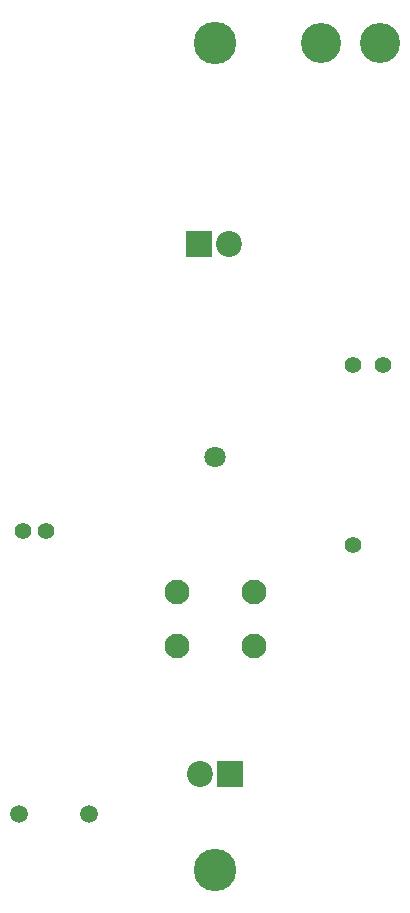
<source format=gbs>
G04 #@! TF.GenerationSoftware,KiCad,Pcbnew,5.0.0-fee4fd1~66~ubuntu16.04.1*
G04 #@! TF.CreationDate,2018-10-04T18:13:22+05:30*
G04 #@! TF.ProjectId,senseBeTx_rev1,73656E7365426554785F726576312E6B,rev?*
G04 #@! TF.SameCoordinates,Original*
G04 #@! TF.FileFunction,Soldermask,Bot*
G04 #@! TF.FilePolarity,Negative*
%FSLAX46Y46*%
G04 Gerber Fmt 4.6, Leading zero omitted, Abs format (unit mm)*
G04 Created by KiCad (PCBNEW 5.0.0-fee4fd1~66~ubuntu16.04.1) date Thu Oct  4 18:13:22 2018*
%MOMM*%
%LPD*%
G01*
G04 APERTURE LIST*
%ADD10C,1.800000*%
%ADD11C,3.400000*%
%ADD12R,2.200000X2.200000*%
%ADD13C,2.200000*%
%ADD14C,1.500000*%
%ADD15C,3.600000*%
%ADD16C,1.400000*%
%ADD17C,2.100000*%
G04 APERTURE END LIST*
D10*
G04 #@! TO.C,BT1*
X33000000Y-157000000D03*
D11*
X47000000Y-122000000D03*
X42000000Y-122000000D03*
G04 #@! TD*
D12*
G04 #@! TO.C,D1*
X34300000Y-183900000D03*
D13*
X31760000Y-183900000D03*
G04 #@! TD*
D12*
G04 #@! TO.C,D3*
X31700000Y-139000000D03*
D13*
X34240000Y-139000000D03*
G04 #@! TD*
D14*
G04 #@! TO.C,J1*
X22400000Y-187300000D03*
X16400000Y-187300000D03*
G04 #@! TD*
D15*
G04 #@! TO.C,*
X33000000Y-192000000D03*
G04 #@! TD*
G04 #@! TO.C,*
X33000000Y-122000000D03*
G04 #@! TD*
D16*
G04 #@! TO.C,P1*
X44730000Y-164520000D03*
X47270000Y-149280000D03*
X44730000Y-149280000D03*
G04 #@! TD*
G04 #@! TO.C,Y1*
X16800000Y-163300000D03*
X18700000Y-163300000D03*
G04 #@! TD*
D17*
G04 #@! TO.C,SW1*
X29800000Y-168500000D03*
X36300000Y-168500000D03*
X29800000Y-173000000D03*
X36300000Y-173000000D03*
G04 #@! TD*
M02*

</source>
